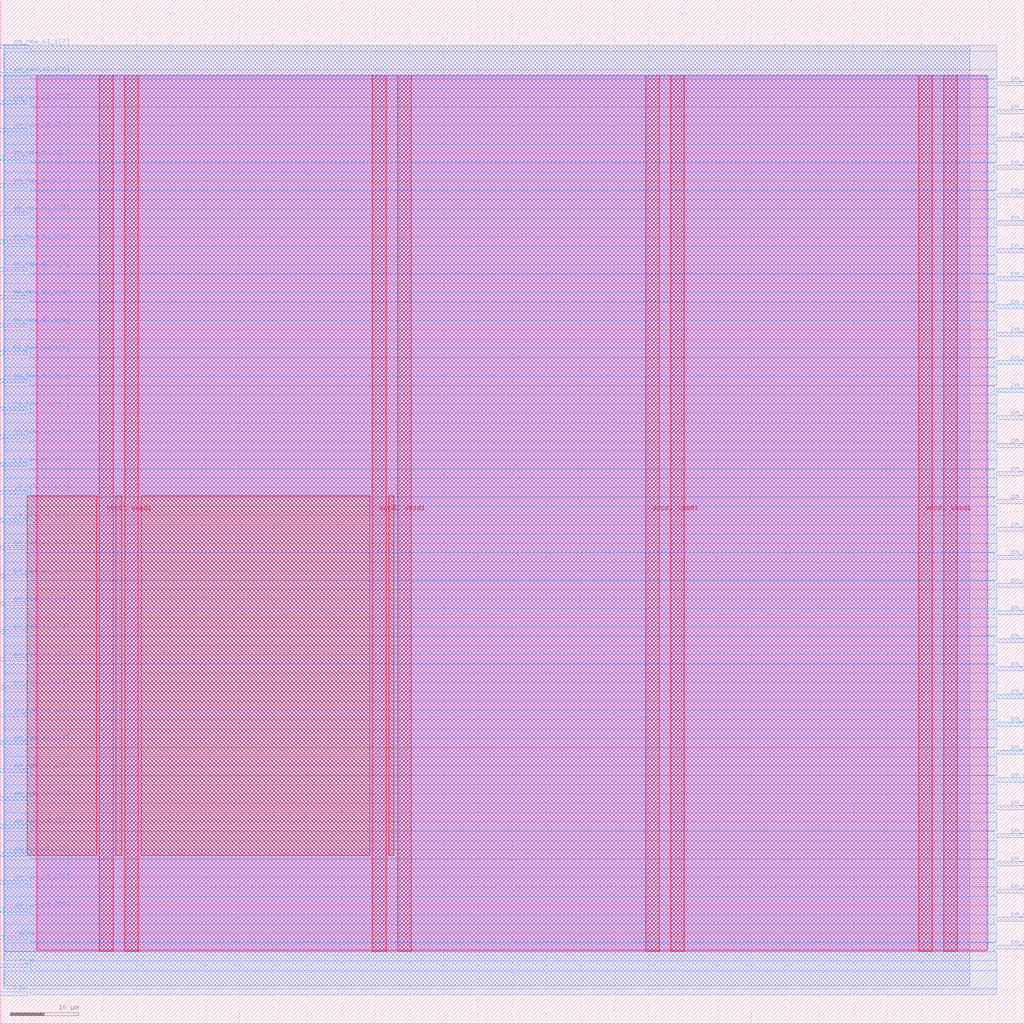
<source format=lef>
VERSION 5.7 ;
  NOWIREEXTENSIONATPIN ON ;
  DIVIDERCHAR "/" ;
  BUSBITCHARS "[]" ;
MACRO pmu
  CLASS BLOCK ;
  FOREIGN pmu ;
  ORIGIN 0.000 0.000 ;
  SIZE 150.000 BY 150.000 ;
  PIN clk
    DIRECTION INPUT ;
    USE SIGNAL ;
    ANTENNAGATEAREA 0.852000 ;
    PORT
      LAYER met3 ;
        RECT 0.000 4.120 4.000 4.720 ;
    END
  END clk
  PIN pm_current_s0_o[0]
    DIRECTION OUTPUT ;
    USE SIGNAL ;
    ANTENNADIFFAREA 0.891000 ;
    PORT
      LAYER met3 ;
        RECT 146.000 10.920 150.000 11.520 ;
    END
  END pm_current_s0_o[0]
  PIN pm_current_s0_o[1]
    DIRECTION OUTPUT ;
    USE SIGNAL ;
    ANTENNADIFFAREA 0.891000 ;
    PORT
      LAYER met3 ;
        RECT 146.000 15.000 150.000 15.600 ;
    END
  END pm_current_s0_o[1]
  PIN pm_current_s0_o[2]
    DIRECTION OUTPUT ;
    USE SIGNAL ;
    ANTENNADIFFAREA 0.891000 ;
    PORT
      LAYER met3 ;
        RECT 146.000 19.080 150.000 19.680 ;
    END
  END pm_current_s0_o[2]
  PIN pm_current_s0_o[3]
    DIRECTION OUTPUT ;
    USE SIGNAL ;
    ANTENNADIFFAREA 0.891000 ;
    PORT
      LAYER met3 ;
        RECT 146.000 23.160 150.000 23.760 ;
    END
  END pm_current_s0_o[3]
  PIN pm_current_s0_o[4]
    DIRECTION OUTPUT ;
    USE SIGNAL ;
    ANTENNADIFFAREA 0.891000 ;
    PORT
      LAYER met3 ;
        RECT 146.000 27.240 150.000 27.840 ;
    END
  END pm_current_s0_o[4]
  PIN pm_current_s0_o[5]
    DIRECTION OUTPUT ;
    USE SIGNAL ;
    ANTENNADIFFAREA 0.891000 ;
    PORT
      LAYER met3 ;
        RECT 146.000 31.320 150.000 31.920 ;
    END
  END pm_current_s0_o[5]
  PIN pm_current_s0_o[6]
    DIRECTION OUTPUT ;
    USE SIGNAL ;
    ANTENNADIFFAREA 0.891000 ;
    PORT
      LAYER met3 ;
        RECT 146.000 35.400 150.000 36.000 ;
    END
  END pm_current_s0_o[6]
  PIN pm_current_s0_o[7]
    DIRECTION OUTPUT ;
    USE SIGNAL ;
    ANTENNADIFFAREA 0.891000 ;
    PORT
      LAYER met3 ;
        RECT 146.000 39.480 150.000 40.080 ;
    END
  END pm_current_s0_o[7]
  PIN pm_current_s1_o[0]
    DIRECTION OUTPUT ;
    USE SIGNAL ;
    ANTENNADIFFAREA 0.891000 ;
    PORT
      LAYER met3 ;
        RECT 146.000 43.560 150.000 44.160 ;
    END
  END pm_current_s1_o[0]
  PIN pm_current_s1_o[1]
    DIRECTION OUTPUT ;
    USE SIGNAL ;
    ANTENNADIFFAREA 0.891000 ;
    PORT
      LAYER met3 ;
        RECT 146.000 47.640 150.000 48.240 ;
    END
  END pm_current_s1_o[1]
  PIN pm_current_s1_o[2]
    DIRECTION OUTPUT ;
    USE SIGNAL ;
    ANTENNADIFFAREA 0.891000 ;
    PORT
      LAYER met3 ;
        RECT 146.000 51.720 150.000 52.320 ;
    END
  END pm_current_s1_o[2]
  PIN pm_current_s1_o[3]
    DIRECTION OUTPUT ;
    USE SIGNAL ;
    ANTENNADIFFAREA 0.891000 ;
    PORT
      LAYER met3 ;
        RECT 146.000 55.800 150.000 56.400 ;
    END
  END pm_current_s1_o[3]
  PIN pm_current_s1_o[4]
    DIRECTION OUTPUT ;
    USE SIGNAL ;
    ANTENNADIFFAREA 0.891000 ;
    PORT
      LAYER met3 ;
        RECT 146.000 59.880 150.000 60.480 ;
    END
  END pm_current_s1_o[4]
  PIN pm_current_s1_o[5]
    DIRECTION OUTPUT ;
    USE SIGNAL ;
    ANTENNADIFFAREA 0.891000 ;
    PORT
      LAYER met3 ;
        RECT 146.000 63.960 150.000 64.560 ;
    END
  END pm_current_s1_o[5]
  PIN pm_current_s1_o[6]
    DIRECTION OUTPUT ;
    USE SIGNAL ;
    ANTENNADIFFAREA 0.891000 ;
    PORT
      LAYER met3 ;
        RECT 146.000 68.040 150.000 68.640 ;
    END
  END pm_current_s1_o[6]
  PIN pm_current_s1_o[7]
    DIRECTION OUTPUT ;
    USE SIGNAL ;
    ANTENNADIFFAREA 0.891000 ;
    PORT
      LAYER met3 ;
        RECT 146.000 72.120 150.000 72.720 ;
    END
  END pm_current_s1_o[7]
  PIN pm_current_s2_o[0]
    DIRECTION OUTPUT ;
    USE SIGNAL ;
    ANTENNADIFFAREA 0.891000 ;
    PORT
      LAYER met3 ;
        RECT 146.000 76.200 150.000 76.800 ;
    END
  END pm_current_s2_o[0]
  PIN pm_current_s2_o[1]
    DIRECTION OUTPUT ;
    USE SIGNAL ;
    ANTENNADIFFAREA 0.891000 ;
    PORT
      LAYER met3 ;
        RECT 146.000 80.280 150.000 80.880 ;
    END
  END pm_current_s2_o[1]
  PIN pm_current_s2_o[2]
    DIRECTION OUTPUT ;
    USE SIGNAL ;
    ANTENNADIFFAREA 0.891000 ;
    PORT
      LAYER met3 ;
        RECT 146.000 84.360 150.000 84.960 ;
    END
  END pm_current_s2_o[2]
  PIN pm_current_s2_o[3]
    DIRECTION OUTPUT ;
    USE SIGNAL ;
    ANTENNADIFFAREA 0.891000 ;
    PORT
      LAYER met3 ;
        RECT 146.000 88.440 150.000 89.040 ;
    END
  END pm_current_s2_o[3]
  PIN pm_current_s2_o[4]
    DIRECTION OUTPUT ;
    USE SIGNAL ;
    ANTENNADIFFAREA 0.891000 ;
    PORT
      LAYER met3 ;
        RECT 146.000 92.520 150.000 93.120 ;
    END
  END pm_current_s2_o[4]
  PIN pm_current_s2_o[5]
    DIRECTION OUTPUT ;
    USE SIGNAL ;
    ANTENNADIFFAREA 0.891000 ;
    PORT
      LAYER met3 ;
        RECT 146.000 96.600 150.000 97.200 ;
    END
  END pm_current_s2_o[5]
  PIN pm_current_s2_o[6]
    DIRECTION OUTPUT ;
    USE SIGNAL ;
    ANTENNADIFFAREA 0.891000 ;
    PORT
      LAYER met3 ;
        RECT 146.000 100.680 150.000 101.280 ;
    END
  END pm_current_s2_o[6]
  PIN pm_current_s2_o[7]
    DIRECTION OUTPUT ;
    USE SIGNAL ;
    ANTENNADIFFAREA 0.891000 ;
    PORT
      LAYER met3 ;
        RECT 146.000 104.760 150.000 105.360 ;
    END
  END pm_current_s2_o[7]
  PIN pm_current_s3_o[0]
    DIRECTION OUTPUT ;
    USE SIGNAL ;
    ANTENNADIFFAREA 0.891000 ;
    PORT
      LAYER met3 ;
        RECT 146.000 108.840 150.000 109.440 ;
    END
  END pm_current_s3_o[0]
  PIN pm_current_s3_o[1]
    DIRECTION OUTPUT ;
    USE SIGNAL ;
    ANTENNADIFFAREA 0.891000 ;
    PORT
      LAYER met3 ;
        RECT 146.000 112.920 150.000 113.520 ;
    END
  END pm_current_s3_o[1]
  PIN pm_current_s3_o[2]
    DIRECTION OUTPUT ;
    USE SIGNAL ;
    ANTENNADIFFAREA 0.891000 ;
    PORT
      LAYER met3 ;
        RECT 146.000 117.000 150.000 117.600 ;
    END
  END pm_current_s3_o[2]
  PIN pm_current_s3_o[3]
    DIRECTION OUTPUT ;
    USE SIGNAL ;
    ANTENNADIFFAREA 0.891000 ;
    PORT
      LAYER met3 ;
        RECT 146.000 121.080 150.000 121.680 ;
    END
  END pm_current_s3_o[3]
  PIN pm_current_s3_o[4]
    DIRECTION OUTPUT ;
    USE SIGNAL ;
    ANTENNADIFFAREA 0.891000 ;
    PORT
      LAYER met3 ;
        RECT 146.000 125.160 150.000 125.760 ;
    END
  END pm_current_s3_o[4]
  PIN pm_current_s3_o[5]
    DIRECTION OUTPUT ;
    USE SIGNAL ;
    ANTENNADIFFAREA 0.891000 ;
    PORT
      LAYER met3 ;
        RECT 146.000 129.240 150.000 129.840 ;
    END
  END pm_current_s3_o[5]
  PIN pm_current_s3_o[6]
    DIRECTION OUTPUT ;
    USE SIGNAL ;
    ANTENNADIFFAREA 0.891000 ;
    PORT
      LAYER met3 ;
        RECT 146.000 133.320 150.000 133.920 ;
    END
  END pm_current_s3_o[6]
  PIN pm_current_s3_o[7]
    DIRECTION OUTPUT ;
    USE SIGNAL ;
    ANTENNADIFFAREA 0.891000 ;
    PORT
      LAYER met3 ;
        RECT 146.000 137.400 150.000 138.000 ;
    END
  END pm_current_s3_o[7]
  PIN pm_new_s0_i[0]
    DIRECTION INPUT ;
    USE SIGNAL ;
    ANTENNAGATEAREA 0.196500 ;
    PORT
      LAYER met3 ;
        RECT 0.000 16.360 4.000 16.960 ;
    END
  END pm_new_s0_i[0]
  PIN pm_new_s0_i[1]
    DIRECTION INPUT ;
    USE SIGNAL ;
    ANTENNAGATEAREA 0.196500 ;
    PORT
      LAYER met3 ;
        RECT 0.000 20.440 4.000 21.040 ;
    END
  END pm_new_s0_i[1]
  PIN pm_new_s0_i[2]
    DIRECTION INPUT ;
    USE SIGNAL ;
    ANTENNAGATEAREA 0.196500 ;
    PORT
      LAYER met3 ;
        RECT 0.000 24.520 4.000 25.120 ;
    END
  END pm_new_s0_i[2]
  PIN pm_new_s0_i[3]
    DIRECTION INPUT ;
    USE SIGNAL ;
    ANTENNAGATEAREA 0.196500 ;
    PORT
      LAYER met3 ;
        RECT 0.000 28.600 4.000 29.200 ;
    END
  END pm_new_s0_i[3]
  PIN pm_new_s0_i[4]
    DIRECTION INPUT ;
    USE SIGNAL ;
    ANTENNAGATEAREA 0.196500 ;
    PORT
      LAYER met3 ;
        RECT 0.000 32.680 4.000 33.280 ;
    END
  END pm_new_s0_i[4]
  PIN pm_new_s0_i[5]
    DIRECTION INPUT ;
    USE SIGNAL ;
    ANTENNAGATEAREA 0.196500 ;
    PORT
      LAYER met3 ;
        RECT 0.000 36.760 4.000 37.360 ;
    END
  END pm_new_s0_i[5]
  PIN pm_new_s0_i[6]
    DIRECTION INPUT ;
    USE SIGNAL ;
    ANTENNAGATEAREA 0.196500 ;
    PORT
      LAYER met3 ;
        RECT 0.000 40.840 4.000 41.440 ;
    END
  END pm_new_s0_i[6]
  PIN pm_new_s0_i[7]
    DIRECTION INPUT ;
    USE SIGNAL ;
    ANTENNAGATEAREA 0.196500 ;
    PORT
      LAYER met3 ;
        RECT 0.000 44.920 4.000 45.520 ;
    END
  END pm_new_s0_i[7]
  PIN pm_new_s1_i[0]
    DIRECTION INPUT ;
    USE SIGNAL ;
    ANTENNAGATEAREA 0.196500 ;
    PORT
      LAYER met3 ;
        RECT 0.000 49.000 4.000 49.600 ;
    END
  END pm_new_s1_i[0]
  PIN pm_new_s1_i[1]
    DIRECTION INPUT ;
    USE SIGNAL ;
    ANTENNAGATEAREA 0.196500 ;
    PORT
      LAYER met3 ;
        RECT 0.000 53.080 4.000 53.680 ;
    END
  END pm_new_s1_i[1]
  PIN pm_new_s1_i[2]
    DIRECTION INPUT ;
    USE SIGNAL ;
    ANTENNAGATEAREA 0.196500 ;
    PORT
      LAYER met3 ;
        RECT 0.000 57.160 4.000 57.760 ;
    END
  END pm_new_s1_i[2]
  PIN pm_new_s1_i[3]
    DIRECTION INPUT ;
    USE SIGNAL ;
    ANTENNAGATEAREA 0.196500 ;
    PORT
      LAYER met3 ;
        RECT 0.000 61.240 4.000 61.840 ;
    END
  END pm_new_s1_i[3]
  PIN pm_new_s1_i[4]
    DIRECTION INPUT ;
    USE SIGNAL ;
    ANTENNAGATEAREA 0.196500 ;
    PORT
      LAYER met3 ;
        RECT 0.000 65.320 4.000 65.920 ;
    END
  END pm_new_s1_i[4]
  PIN pm_new_s1_i[5]
    DIRECTION INPUT ;
    USE SIGNAL ;
    ANTENNAGATEAREA 0.196500 ;
    PORT
      LAYER met3 ;
        RECT 0.000 69.400 4.000 70.000 ;
    END
  END pm_new_s1_i[5]
  PIN pm_new_s1_i[6]
    DIRECTION INPUT ;
    USE SIGNAL ;
    ANTENNAGATEAREA 0.196500 ;
    PORT
      LAYER met3 ;
        RECT 0.000 73.480 4.000 74.080 ;
    END
  END pm_new_s1_i[6]
  PIN pm_new_s1_i[7]
    DIRECTION INPUT ;
    USE SIGNAL ;
    ANTENNAGATEAREA 0.196500 ;
    PORT
      LAYER met3 ;
        RECT 0.000 77.560 4.000 78.160 ;
    END
  END pm_new_s1_i[7]
  PIN pm_new_s2_i[0]
    DIRECTION INPUT ;
    USE SIGNAL ;
    ANTENNAGATEAREA 0.196500 ;
    PORT
      LAYER met3 ;
        RECT 0.000 81.640 4.000 82.240 ;
    END
  END pm_new_s2_i[0]
  PIN pm_new_s2_i[1]
    DIRECTION INPUT ;
    USE SIGNAL ;
    ANTENNAGATEAREA 0.196500 ;
    PORT
      LAYER met3 ;
        RECT 0.000 85.720 4.000 86.320 ;
    END
  END pm_new_s2_i[1]
  PIN pm_new_s2_i[2]
    DIRECTION INPUT ;
    USE SIGNAL ;
    ANTENNAGATEAREA 0.196500 ;
    PORT
      LAYER met3 ;
        RECT 0.000 89.800 4.000 90.400 ;
    END
  END pm_new_s2_i[2]
  PIN pm_new_s2_i[3]
    DIRECTION INPUT ;
    USE SIGNAL ;
    ANTENNAGATEAREA 0.196500 ;
    PORT
      LAYER met3 ;
        RECT 0.000 93.880 4.000 94.480 ;
    END
  END pm_new_s2_i[3]
  PIN pm_new_s2_i[4]
    DIRECTION INPUT ;
    USE SIGNAL ;
    ANTENNAGATEAREA 0.196500 ;
    PORT
      LAYER met3 ;
        RECT 0.000 97.960 4.000 98.560 ;
    END
  END pm_new_s2_i[4]
  PIN pm_new_s2_i[5]
    DIRECTION INPUT ;
    USE SIGNAL ;
    ANTENNAGATEAREA 0.196500 ;
    PORT
      LAYER met3 ;
        RECT 0.000 102.040 4.000 102.640 ;
    END
  END pm_new_s2_i[5]
  PIN pm_new_s2_i[6]
    DIRECTION INPUT ;
    USE SIGNAL ;
    ANTENNAGATEAREA 0.196500 ;
    PORT
      LAYER met3 ;
        RECT 0.000 106.120 4.000 106.720 ;
    END
  END pm_new_s2_i[6]
  PIN pm_new_s2_i[7]
    DIRECTION INPUT ;
    USE SIGNAL ;
    ANTENNAGATEAREA 0.196500 ;
    PORT
      LAYER met3 ;
        RECT 0.000 110.200 4.000 110.800 ;
    END
  END pm_new_s2_i[7]
  PIN pm_new_s3_i[0]
    DIRECTION INPUT ;
    USE SIGNAL ;
    ANTENNAGATEAREA 0.196500 ;
    PORT
      LAYER met3 ;
        RECT 0.000 114.280 4.000 114.880 ;
    END
  END pm_new_s3_i[0]
  PIN pm_new_s3_i[1]
    DIRECTION INPUT ;
    USE SIGNAL ;
    ANTENNAGATEAREA 0.196500 ;
    PORT
      LAYER met3 ;
        RECT 0.000 118.360 4.000 118.960 ;
    END
  END pm_new_s3_i[1]
  PIN pm_new_s3_i[2]
    DIRECTION INPUT ;
    USE SIGNAL ;
    ANTENNAGATEAREA 0.196500 ;
    PORT
      LAYER met3 ;
        RECT 0.000 122.440 4.000 123.040 ;
    END
  END pm_new_s3_i[2]
  PIN pm_new_s3_i[3]
    DIRECTION INPUT ;
    USE SIGNAL ;
    ANTENNAGATEAREA 0.196500 ;
    PORT
      LAYER met3 ;
        RECT 0.000 126.520 4.000 127.120 ;
    END
  END pm_new_s3_i[3]
  PIN pm_new_s3_i[4]
    DIRECTION INPUT ;
    USE SIGNAL ;
    ANTENNAGATEAREA 0.196500 ;
    PORT
      LAYER met3 ;
        RECT 0.000 130.600 4.000 131.200 ;
    END
  END pm_new_s3_i[4]
  PIN pm_new_s3_i[5]
    DIRECTION INPUT ;
    USE SIGNAL ;
    ANTENNAGATEAREA 0.196500 ;
    PORT
      LAYER met3 ;
        RECT 0.000 134.680 4.000 135.280 ;
    END
  END pm_new_s3_i[5]
  PIN pm_new_s3_i[6]
    DIRECTION INPUT ;
    USE SIGNAL ;
    ANTENNAGATEAREA 0.196500 ;
    PORT
      LAYER met3 ;
        RECT 0.000 138.760 4.000 139.360 ;
    END
  END pm_new_s3_i[6]
  PIN pm_new_s3_i[7]
    DIRECTION INPUT ;
    USE SIGNAL ;
    ANTENNAGATEAREA 0.196500 ;
    PORT
      LAYER met3 ;
        RECT 0.000 142.840 4.000 143.440 ;
    END
  END pm_new_s3_i[7]
  PIN rst_n
    DIRECTION INPUT ;
    USE SIGNAL ;
    ANTENNAGATEAREA 0.196500 ;
    PORT
      LAYER met3 ;
        RECT 0.000 8.200 4.000 8.800 ;
    END
  END rst_n
  PIN valid_i
    DIRECTION INPUT ;
    USE SIGNAL ;
    ANTENNAGATEAREA 0.196500 ;
    PORT
      LAYER met3 ;
        RECT 0.000 12.280 4.000 12.880 ;
    END
  END valid_i
  PIN vccd1
    DIRECTION INOUT ;
    USE POWER ;
    PORT
      LAYER met4 ;
        RECT 14.520 10.640 16.520 138.960 ;
    END
    PORT
      LAYER met4 ;
        RECT 54.520 10.640 56.520 138.960 ;
    END
    PORT
      LAYER met4 ;
        RECT 94.520 10.640 96.520 138.960 ;
    END
    PORT
      LAYER met4 ;
        RECT 134.520 10.640 136.520 138.960 ;
    END
  END vccd1
  PIN vssd1
    DIRECTION INOUT ;
    USE GROUND ;
    PORT
      LAYER met4 ;
        RECT 18.220 10.640 20.220 138.960 ;
    END
    PORT
      LAYER met4 ;
        RECT 58.220 10.640 60.220 138.960 ;
    END
    PORT
      LAYER met4 ;
        RECT 98.220 10.640 100.220 138.960 ;
    END
    PORT
      LAYER met4 ;
        RECT 138.220 10.640 140.220 138.960 ;
    END
  END vssd1
  OBS
      LAYER nwell ;
        RECT 5.330 10.795 144.630 138.910 ;
      LAYER li1 ;
        RECT 5.520 10.795 144.440 138.805 ;
      LAYER met1 ;
        RECT 0.530 10.640 144.440 138.960 ;
      LAYER met2 ;
        RECT 0.550 5.595 142.050 143.325 ;
      LAYER met3 ;
        RECT 4.400 142.440 146.000 143.305 ;
        RECT 0.525 139.760 146.000 142.440 ;
        RECT 4.400 138.400 146.000 139.760 ;
        RECT 4.400 138.360 145.600 138.400 ;
        RECT 0.525 137.000 145.600 138.360 ;
        RECT 0.525 135.680 146.000 137.000 ;
        RECT 4.400 134.320 146.000 135.680 ;
        RECT 4.400 134.280 145.600 134.320 ;
        RECT 0.525 132.920 145.600 134.280 ;
        RECT 0.525 131.600 146.000 132.920 ;
        RECT 4.400 130.240 146.000 131.600 ;
        RECT 4.400 130.200 145.600 130.240 ;
        RECT 0.525 128.840 145.600 130.200 ;
        RECT 0.525 127.520 146.000 128.840 ;
        RECT 4.400 126.160 146.000 127.520 ;
        RECT 4.400 126.120 145.600 126.160 ;
        RECT 0.525 124.760 145.600 126.120 ;
        RECT 0.525 123.440 146.000 124.760 ;
        RECT 4.400 122.080 146.000 123.440 ;
        RECT 4.400 122.040 145.600 122.080 ;
        RECT 0.525 120.680 145.600 122.040 ;
        RECT 0.525 119.360 146.000 120.680 ;
        RECT 4.400 118.000 146.000 119.360 ;
        RECT 4.400 117.960 145.600 118.000 ;
        RECT 0.525 116.600 145.600 117.960 ;
        RECT 0.525 115.280 146.000 116.600 ;
        RECT 4.400 113.920 146.000 115.280 ;
        RECT 4.400 113.880 145.600 113.920 ;
        RECT 0.525 112.520 145.600 113.880 ;
        RECT 0.525 111.200 146.000 112.520 ;
        RECT 4.400 109.840 146.000 111.200 ;
        RECT 4.400 109.800 145.600 109.840 ;
        RECT 0.525 108.440 145.600 109.800 ;
        RECT 0.525 107.120 146.000 108.440 ;
        RECT 4.400 105.760 146.000 107.120 ;
        RECT 4.400 105.720 145.600 105.760 ;
        RECT 0.525 104.360 145.600 105.720 ;
        RECT 0.525 103.040 146.000 104.360 ;
        RECT 4.400 101.680 146.000 103.040 ;
        RECT 4.400 101.640 145.600 101.680 ;
        RECT 0.525 100.280 145.600 101.640 ;
        RECT 0.525 98.960 146.000 100.280 ;
        RECT 4.400 97.600 146.000 98.960 ;
        RECT 4.400 97.560 145.600 97.600 ;
        RECT 0.525 96.200 145.600 97.560 ;
        RECT 0.525 94.880 146.000 96.200 ;
        RECT 4.400 93.520 146.000 94.880 ;
        RECT 4.400 93.480 145.600 93.520 ;
        RECT 0.525 92.120 145.600 93.480 ;
        RECT 0.525 90.800 146.000 92.120 ;
        RECT 4.400 89.440 146.000 90.800 ;
        RECT 4.400 89.400 145.600 89.440 ;
        RECT 0.525 88.040 145.600 89.400 ;
        RECT 0.525 86.720 146.000 88.040 ;
        RECT 4.400 85.360 146.000 86.720 ;
        RECT 4.400 85.320 145.600 85.360 ;
        RECT 0.525 83.960 145.600 85.320 ;
        RECT 0.525 82.640 146.000 83.960 ;
        RECT 4.400 81.280 146.000 82.640 ;
        RECT 4.400 81.240 145.600 81.280 ;
        RECT 0.525 79.880 145.600 81.240 ;
        RECT 0.525 78.560 146.000 79.880 ;
        RECT 4.400 77.200 146.000 78.560 ;
        RECT 4.400 77.160 145.600 77.200 ;
        RECT 0.525 75.800 145.600 77.160 ;
        RECT 0.525 74.480 146.000 75.800 ;
        RECT 4.400 73.120 146.000 74.480 ;
        RECT 4.400 73.080 145.600 73.120 ;
        RECT 0.525 71.720 145.600 73.080 ;
        RECT 0.525 70.400 146.000 71.720 ;
        RECT 4.400 69.040 146.000 70.400 ;
        RECT 4.400 69.000 145.600 69.040 ;
        RECT 0.525 67.640 145.600 69.000 ;
        RECT 0.525 66.320 146.000 67.640 ;
        RECT 4.400 64.960 146.000 66.320 ;
        RECT 4.400 64.920 145.600 64.960 ;
        RECT 0.525 63.560 145.600 64.920 ;
        RECT 0.525 62.240 146.000 63.560 ;
        RECT 4.400 60.880 146.000 62.240 ;
        RECT 4.400 60.840 145.600 60.880 ;
        RECT 0.525 59.480 145.600 60.840 ;
        RECT 0.525 58.160 146.000 59.480 ;
        RECT 4.400 56.800 146.000 58.160 ;
        RECT 4.400 56.760 145.600 56.800 ;
        RECT 0.525 55.400 145.600 56.760 ;
        RECT 0.525 54.080 146.000 55.400 ;
        RECT 4.400 52.720 146.000 54.080 ;
        RECT 4.400 52.680 145.600 52.720 ;
        RECT 0.525 51.320 145.600 52.680 ;
        RECT 0.525 50.000 146.000 51.320 ;
        RECT 4.400 48.640 146.000 50.000 ;
        RECT 4.400 48.600 145.600 48.640 ;
        RECT 0.525 47.240 145.600 48.600 ;
        RECT 0.525 45.920 146.000 47.240 ;
        RECT 4.400 44.560 146.000 45.920 ;
        RECT 4.400 44.520 145.600 44.560 ;
        RECT 0.525 43.160 145.600 44.520 ;
        RECT 0.525 41.840 146.000 43.160 ;
        RECT 4.400 40.480 146.000 41.840 ;
        RECT 4.400 40.440 145.600 40.480 ;
        RECT 0.525 39.080 145.600 40.440 ;
        RECT 0.525 37.760 146.000 39.080 ;
        RECT 4.400 36.400 146.000 37.760 ;
        RECT 4.400 36.360 145.600 36.400 ;
        RECT 0.525 35.000 145.600 36.360 ;
        RECT 0.525 33.680 146.000 35.000 ;
        RECT 4.400 32.320 146.000 33.680 ;
        RECT 4.400 32.280 145.600 32.320 ;
        RECT 0.525 30.920 145.600 32.280 ;
        RECT 0.525 29.600 146.000 30.920 ;
        RECT 4.400 28.240 146.000 29.600 ;
        RECT 4.400 28.200 145.600 28.240 ;
        RECT 0.525 26.840 145.600 28.200 ;
        RECT 0.525 25.520 146.000 26.840 ;
        RECT 4.400 24.160 146.000 25.520 ;
        RECT 4.400 24.120 145.600 24.160 ;
        RECT 0.525 22.760 145.600 24.120 ;
        RECT 0.525 21.440 146.000 22.760 ;
        RECT 4.400 20.080 146.000 21.440 ;
        RECT 4.400 20.040 145.600 20.080 ;
        RECT 0.525 18.680 145.600 20.040 ;
        RECT 0.525 17.360 146.000 18.680 ;
        RECT 4.400 16.000 146.000 17.360 ;
        RECT 4.400 15.960 145.600 16.000 ;
        RECT 0.525 14.600 145.600 15.960 ;
        RECT 0.525 13.280 146.000 14.600 ;
        RECT 4.400 11.920 146.000 13.280 ;
        RECT 4.400 11.880 145.600 11.920 ;
        RECT 0.525 10.520 145.600 11.880 ;
        RECT 0.525 9.200 146.000 10.520 ;
        RECT 4.400 7.800 146.000 9.200 ;
        RECT 0.525 5.120 146.000 7.800 ;
        RECT 4.400 4.270 146.000 5.120 ;
      LAYER met4 ;
        RECT 3.975 24.655 14.120 77.345 ;
        RECT 16.920 24.655 17.820 77.345 ;
        RECT 20.620 24.655 54.120 77.345 ;
        RECT 56.920 24.655 57.665 77.345 ;
  END
END pmu
END LIBRARY


</source>
